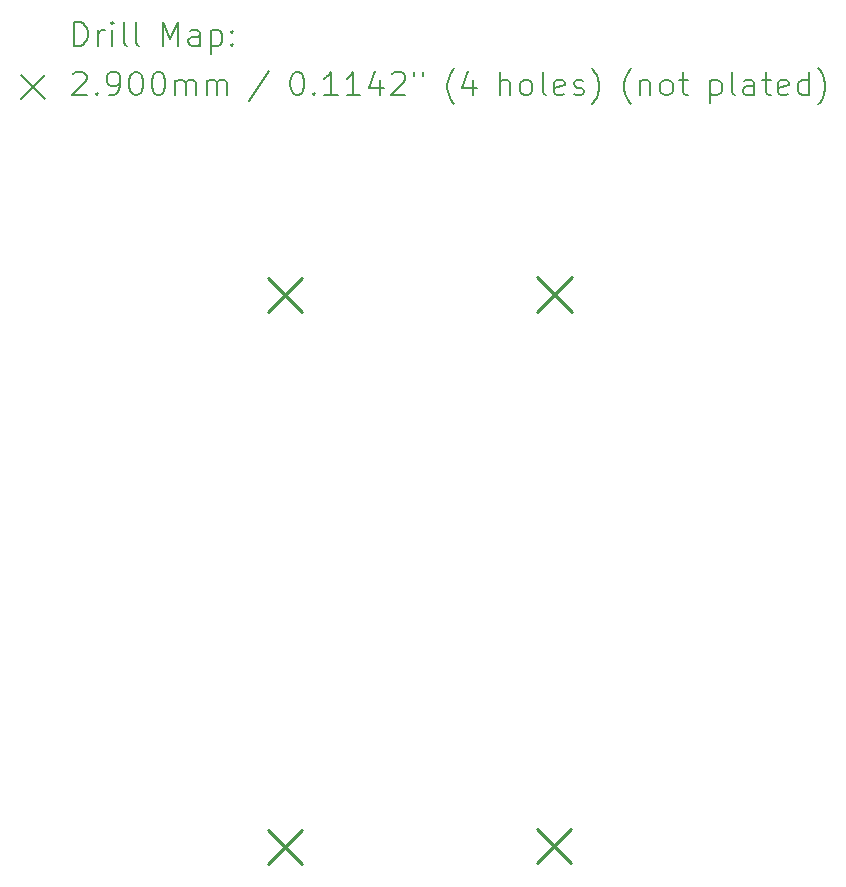
<source format=gbr>
%TF.GenerationSoftware,KiCad,Pcbnew,(7.0.0)*%
%TF.CreationDate,2023-02-19T19:08:33+01:00*%
%TF.ProjectId,Trial_ESP32,54726961-6c5f-4455-9350-33322e6b6963,rev?*%
%TF.SameCoordinates,Original*%
%TF.FileFunction,Drillmap*%
%TF.FilePolarity,Positive*%
%FSLAX45Y45*%
G04 Gerber Fmt 4.5, Leading zero omitted, Abs format (unit mm)*
G04 Created by KiCad (PCBNEW (7.0.0)) date 2023-02-19 19:08:33*
%MOMM*%
%LPD*%
G01*
G04 APERTURE LIST*
%ADD10C,0.200000*%
%ADD11C,0.290000*%
G04 APERTURE END LIST*
D10*
D11*
X1884300Y-6932000D02*
X2174300Y-7222000D01*
X2174300Y-6932000D02*
X1884300Y-7222000D01*
X1887400Y-2255700D02*
X2177400Y-2545700D01*
X2177400Y-2255700D02*
X1887400Y-2545700D01*
X4165000Y-6925000D02*
X4455000Y-7215000D01*
X4455000Y-6925000D02*
X4165000Y-7215000D01*
X4168000Y-2253000D02*
X4458000Y-2543000D01*
X4458000Y-2253000D02*
X4168000Y-2543000D01*
D10*
X247619Y-293476D02*
X247619Y-93476D01*
X247619Y-93476D02*
X295238Y-93476D01*
X295238Y-93476D02*
X323810Y-103000D01*
X323810Y-103000D02*
X342857Y-122048D01*
X342857Y-122048D02*
X352381Y-141095D01*
X352381Y-141095D02*
X361905Y-179190D01*
X361905Y-179190D02*
X361905Y-207762D01*
X361905Y-207762D02*
X352381Y-245857D01*
X352381Y-245857D02*
X342857Y-264905D01*
X342857Y-264905D02*
X323810Y-283952D01*
X323810Y-283952D02*
X295238Y-293476D01*
X295238Y-293476D02*
X247619Y-293476D01*
X447619Y-293476D02*
X447619Y-160143D01*
X447619Y-198238D02*
X457143Y-179190D01*
X457143Y-179190D02*
X466667Y-169667D01*
X466667Y-169667D02*
X485714Y-160143D01*
X485714Y-160143D02*
X504762Y-160143D01*
X571429Y-293476D02*
X571429Y-160143D01*
X571429Y-93476D02*
X561905Y-103000D01*
X561905Y-103000D02*
X571429Y-112524D01*
X571429Y-112524D02*
X580952Y-103000D01*
X580952Y-103000D02*
X571429Y-93476D01*
X571429Y-93476D02*
X571429Y-112524D01*
X695238Y-293476D02*
X676190Y-283952D01*
X676190Y-283952D02*
X666667Y-264905D01*
X666667Y-264905D02*
X666667Y-93476D01*
X800000Y-293476D02*
X780952Y-283952D01*
X780952Y-283952D02*
X771428Y-264905D01*
X771428Y-264905D02*
X771428Y-93476D01*
X996190Y-293476D02*
X996190Y-93476D01*
X996190Y-93476D02*
X1062857Y-236333D01*
X1062857Y-236333D02*
X1129524Y-93476D01*
X1129524Y-93476D02*
X1129524Y-293476D01*
X1310476Y-293476D02*
X1310476Y-188714D01*
X1310476Y-188714D02*
X1300952Y-169667D01*
X1300952Y-169667D02*
X1281905Y-160143D01*
X1281905Y-160143D02*
X1243809Y-160143D01*
X1243809Y-160143D02*
X1224762Y-169667D01*
X1310476Y-283952D02*
X1291429Y-293476D01*
X1291429Y-293476D02*
X1243809Y-293476D01*
X1243809Y-293476D02*
X1224762Y-283952D01*
X1224762Y-283952D02*
X1215238Y-264905D01*
X1215238Y-264905D02*
X1215238Y-245857D01*
X1215238Y-245857D02*
X1224762Y-226809D01*
X1224762Y-226809D02*
X1243809Y-217286D01*
X1243809Y-217286D02*
X1291429Y-217286D01*
X1291429Y-217286D02*
X1310476Y-207762D01*
X1405714Y-160143D02*
X1405714Y-360143D01*
X1405714Y-169667D02*
X1424762Y-160143D01*
X1424762Y-160143D02*
X1462857Y-160143D01*
X1462857Y-160143D02*
X1481905Y-169667D01*
X1481905Y-169667D02*
X1491428Y-179190D01*
X1491428Y-179190D02*
X1500952Y-198238D01*
X1500952Y-198238D02*
X1500952Y-255381D01*
X1500952Y-255381D02*
X1491428Y-274429D01*
X1491428Y-274429D02*
X1481905Y-283952D01*
X1481905Y-283952D02*
X1462857Y-293476D01*
X1462857Y-293476D02*
X1424762Y-293476D01*
X1424762Y-293476D02*
X1405714Y-283952D01*
X1586667Y-274429D02*
X1596190Y-283952D01*
X1596190Y-283952D02*
X1586667Y-293476D01*
X1586667Y-293476D02*
X1577143Y-283952D01*
X1577143Y-283952D02*
X1586667Y-274429D01*
X1586667Y-274429D02*
X1586667Y-293476D01*
X1586667Y-169667D02*
X1596190Y-179190D01*
X1596190Y-179190D02*
X1586667Y-188714D01*
X1586667Y-188714D02*
X1577143Y-179190D01*
X1577143Y-179190D02*
X1586667Y-169667D01*
X1586667Y-169667D02*
X1586667Y-188714D01*
X-200000Y-540000D02*
X0Y-740000D01*
X0Y-540000D02*
X-200000Y-740000D01*
X238095Y-532524D02*
X247619Y-523000D01*
X247619Y-523000D02*
X266667Y-513476D01*
X266667Y-513476D02*
X314286Y-513476D01*
X314286Y-513476D02*
X333333Y-523000D01*
X333333Y-523000D02*
X342857Y-532524D01*
X342857Y-532524D02*
X352381Y-551571D01*
X352381Y-551571D02*
X352381Y-570619D01*
X352381Y-570619D02*
X342857Y-599190D01*
X342857Y-599190D02*
X228571Y-713476D01*
X228571Y-713476D02*
X352381Y-713476D01*
X438095Y-694429D02*
X447619Y-703952D01*
X447619Y-703952D02*
X438095Y-713476D01*
X438095Y-713476D02*
X428571Y-703952D01*
X428571Y-703952D02*
X438095Y-694429D01*
X438095Y-694429D02*
X438095Y-713476D01*
X542857Y-713476D02*
X580952Y-713476D01*
X580952Y-713476D02*
X600000Y-703952D01*
X600000Y-703952D02*
X609524Y-694429D01*
X609524Y-694429D02*
X628571Y-665857D01*
X628571Y-665857D02*
X638095Y-627762D01*
X638095Y-627762D02*
X638095Y-551571D01*
X638095Y-551571D02*
X628571Y-532524D01*
X628571Y-532524D02*
X619048Y-523000D01*
X619048Y-523000D02*
X600000Y-513476D01*
X600000Y-513476D02*
X561905Y-513476D01*
X561905Y-513476D02*
X542857Y-523000D01*
X542857Y-523000D02*
X533333Y-532524D01*
X533333Y-532524D02*
X523809Y-551571D01*
X523809Y-551571D02*
X523809Y-599190D01*
X523809Y-599190D02*
X533333Y-618238D01*
X533333Y-618238D02*
X542857Y-627762D01*
X542857Y-627762D02*
X561905Y-637286D01*
X561905Y-637286D02*
X600000Y-637286D01*
X600000Y-637286D02*
X619048Y-627762D01*
X619048Y-627762D02*
X628571Y-618238D01*
X628571Y-618238D02*
X638095Y-599190D01*
X761905Y-513476D02*
X780952Y-513476D01*
X780952Y-513476D02*
X800000Y-523000D01*
X800000Y-523000D02*
X809524Y-532524D01*
X809524Y-532524D02*
X819048Y-551571D01*
X819048Y-551571D02*
X828571Y-589667D01*
X828571Y-589667D02*
X828571Y-637286D01*
X828571Y-637286D02*
X819048Y-675381D01*
X819048Y-675381D02*
X809524Y-694429D01*
X809524Y-694429D02*
X800000Y-703952D01*
X800000Y-703952D02*
X780952Y-713476D01*
X780952Y-713476D02*
X761905Y-713476D01*
X761905Y-713476D02*
X742857Y-703952D01*
X742857Y-703952D02*
X733333Y-694429D01*
X733333Y-694429D02*
X723809Y-675381D01*
X723809Y-675381D02*
X714286Y-637286D01*
X714286Y-637286D02*
X714286Y-589667D01*
X714286Y-589667D02*
X723809Y-551571D01*
X723809Y-551571D02*
X733333Y-532524D01*
X733333Y-532524D02*
X742857Y-523000D01*
X742857Y-523000D02*
X761905Y-513476D01*
X952381Y-513476D02*
X971429Y-513476D01*
X971429Y-513476D02*
X990476Y-523000D01*
X990476Y-523000D02*
X1000000Y-532524D01*
X1000000Y-532524D02*
X1009524Y-551571D01*
X1009524Y-551571D02*
X1019048Y-589667D01*
X1019048Y-589667D02*
X1019048Y-637286D01*
X1019048Y-637286D02*
X1009524Y-675381D01*
X1009524Y-675381D02*
X1000000Y-694429D01*
X1000000Y-694429D02*
X990476Y-703952D01*
X990476Y-703952D02*
X971429Y-713476D01*
X971429Y-713476D02*
X952381Y-713476D01*
X952381Y-713476D02*
X933333Y-703952D01*
X933333Y-703952D02*
X923809Y-694429D01*
X923809Y-694429D02*
X914286Y-675381D01*
X914286Y-675381D02*
X904762Y-637286D01*
X904762Y-637286D02*
X904762Y-589667D01*
X904762Y-589667D02*
X914286Y-551571D01*
X914286Y-551571D02*
X923809Y-532524D01*
X923809Y-532524D02*
X933333Y-523000D01*
X933333Y-523000D02*
X952381Y-513476D01*
X1104762Y-713476D02*
X1104762Y-580143D01*
X1104762Y-599190D02*
X1114286Y-589667D01*
X1114286Y-589667D02*
X1133333Y-580143D01*
X1133333Y-580143D02*
X1161905Y-580143D01*
X1161905Y-580143D02*
X1180952Y-589667D01*
X1180952Y-589667D02*
X1190476Y-608714D01*
X1190476Y-608714D02*
X1190476Y-713476D01*
X1190476Y-608714D02*
X1200000Y-589667D01*
X1200000Y-589667D02*
X1219048Y-580143D01*
X1219048Y-580143D02*
X1247619Y-580143D01*
X1247619Y-580143D02*
X1266667Y-589667D01*
X1266667Y-589667D02*
X1276191Y-608714D01*
X1276191Y-608714D02*
X1276191Y-713476D01*
X1371429Y-713476D02*
X1371429Y-580143D01*
X1371429Y-599190D02*
X1380952Y-589667D01*
X1380952Y-589667D02*
X1400000Y-580143D01*
X1400000Y-580143D02*
X1428571Y-580143D01*
X1428571Y-580143D02*
X1447619Y-589667D01*
X1447619Y-589667D02*
X1457143Y-608714D01*
X1457143Y-608714D02*
X1457143Y-713476D01*
X1457143Y-608714D02*
X1466667Y-589667D01*
X1466667Y-589667D02*
X1485714Y-580143D01*
X1485714Y-580143D02*
X1514286Y-580143D01*
X1514286Y-580143D02*
X1533333Y-589667D01*
X1533333Y-589667D02*
X1542857Y-608714D01*
X1542857Y-608714D02*
X1542857Y-713476D01*
X1900952Y-503952D02*
X1729524Y-761095D01*
X2125714Y-513476D02*
X2144762Y-513476D01*
X2144762Y-513476D02*
X2163810Y-523000D01*
X2163810Y-523000D02*
X2173333Y-532524D01*
X2173333Y-532524D02*
X2182857Y-551571D01*
X2182857Y-551571D02*
X2192381Y-589667D01*
X2192381Y-589667D02*
X2192381Y-637286D01*
X2192381Y-637286D02*
X2182857Y-675381D01*
X2182857Y-675381D02*
X2173333Y-694429D01*
X2173333Y-694429D02*
X2163810Y-703952D01*
X2163810Y-703952D02*
X2144762Y-713476D01*
X2144762Y-713476D02*
X2125714Y-713476D01*
X2125714Y-713476D02*
X2106667Y-703952D01*
X2106667Y-703952D02*
X2097143Y-694429D01*
X2097143Y-694429D02*
X2087619Y-675381D01*
X2087619Y-675381D02*
X2078095Y-637286D01*
X2078095Y-637286D02*
X2078095Y-589667D01*
X2078095Y-589667D02*
X2087619Y-551571D01*
X2087619Y-551571D02*
X2097143Y-532524D01*
X2097143Y-532524D02*
X2106667Y-523000D01*
X2106667Y-523000D02*
X2125714Y-513476D01*
X2278095Y-694429D02*
X2287619Y-703952D01*
X2287619Y-703952D02*
X2278095Y-713476D01*
X2278095Y-713476D02*
X2268572Y-703952D01*
X2268572Y-703952D02*
X2278095Y-694429D01*
X2278095Y-694429D02*
X2278095Y-713476D01*
X2478095Y-713476D02*
X2363810Y-713476D01*
X2420952Y-713476D02*
X2420952Y-513476D01*
X2420952Y-513476D02*
X2401905Y-542048D01*
X2401905Y-542048D02*
X2382857Y-561095D01*
X2382857Y-561095D02*
X2363810Y-570619D01*
X2668572Y-713476D02*
X2554286Y-713476D01*
X2611429Y-713476D02*
X2611429Y-513476D01*
X2611429Y-513476D02*
X2592381Y-542048D01*
X2592381Y-542048D02*
X2573333Y-561095D01*
X2573333Y-561095D02*
X2554286Y-570619D01*
X2840000Y-580143D02*
X2840000Y-713476D01*
X2792381Y-503952D02*
X2744762Y-646810D01*
X2744762Y-646810D02*
X2868571Y-646810D01*
X2935238Y-532524D02*
X2944762Y-523000D01*
X2944762Y-523000D02*
X2963810Y-513476D01*
X2963810Y-513476D02*
X3011429Y-513476D01*
X3011429Y-513476D02*
X3030476Y-523000D01*
X3030476Y-523000D02*
X3040000Y-532524D01*
X3040000Y-532524D02*
X3049524Y-551571D01*
X3049524Y-551571D02*
X3049524Y-570619D01*
X3049524Y-570619D02*
X3040000Y-599190D01*
X3040000Y-599190D02*
X2925714Y-713476D01*
X2925714Y-713476D02*
X3049524Y-713476D01*
X3125714Y-513476D02*
X3125714Y-551571D01*
X3201905Y-513476D02*
X3201905Y-551571D01*
X3464762Y-789667D02*
X3455238Y-780143D01*
X3455238Y-780143D02*
X3436191Y-751571D01*
X3436191Y-751571D02*
X3426667Y-732524D01*
X3426667Y-732524D02*
X3417143Y-703952D01*
X3417143Y-703952D02*
X3407619Y-656333D01*
X3407619Y-656333D02*
X3407619Y-618238D01*
X3407619Y-618238D02*
X3417143Y-570619D01*
X3417143Y-570619D02*
X3426667Y-542048D01*
X3426667Y-542048D02*
X3436191Y-523000D01*
X3436191Y-523000D02*
X3455238Y-494428D01*
X3455238Y-494428D02*
X3464762Y-484905D01*
X3626667Y-580143D02*
X3626667Y-713476D01*
X3579048Y-503952D02*
X3531429Y-646810D01*
X3531429Y-646810D02*
X3655238Y-646810D01*
X3851429Y-713476D02*
X3851429Y-513476D01*
X3937143Y-713476D02*
X3937143Y-608714D01*
X3937143Y-608714D02*
X3927619Y-589667D01*
X3927619Y-589667D02*
X3908572Y-580143D01*
X3908572Y-580143D02*
X3880000Y-580143D01*
X3880000Y-580143D02*
X3860952Y-589667D01*
X3860952Y-589667D02*
X3851429Y-599190D01*
X4060952Y-713476D02*
X4041905Y-703952D01*
X4041905Y-703952D02*
X4032381Y-694429D01*
X4032381Y-694429D02*
X4022857Y-675381D01*
X4022857Y-675381D02*
X4022857Y-618238D01*
X4022857Y-618238D02*
X4032381Y-599190D01*
X4032381Y-599190D02*
X4041905Y-589667D01*
X4041905Y-589667D02*
X4060952Y-580143D01*
X4060952Y-580143D02*
X4089524Y-580143D01*
X4089524Y-580143D02*
X4108572Y-589667D01*
X4108572Y-589667D02*
X4118095Y-599190D01*
X4118095Y-599190D02*
X4127619Y-618238D01*
X4127619Y-618238D02*
X4127619Y-675381D01*
X4127619Y-675381D02*
X4118095Y-694429D01*
X4118095Y-694429D02*
X4108572Y-703952D01*
X4108572Y-703952D02*
X4089524Y-713476D01*
X4089524Y-713476D02*
X4060952Y-713476D01*
X4241905Y-713476D02*
X4222857Y-703952D01*
X4222857Y-703952D02*
X4213334Y-684905D01*
X4213334Y-684905D02*
X4213334Y-513476D01*
X4394286Y-703952D02*
X4375238Y-713476D01*
X4375238Y-713476D02*
X4337143Y-713476D01*
X4337143Y-713476D02*
X4318095Y-703952D01*
X4318095Y-703952D02*
X4308572Y-684905D01*
X4308572Y-684905D02*
X4308572Y-608714D01*
X4308572Y-608714D02*
X4318095Y-589667D01*
X4318095Y-589667D02*
X4337143Y-580143D01*
X4337143Y-580143D02*
X4375238Y-580143D01*
X4375238Y-580143D02*
X4394286Y-589667D01*
X4394286Y-589667D02*
X4403810Y-608714D01*
X4403810Y-608714D02*
X4403810Y-627762D01*
X4403810Y-627762D02*
X4308572Y-646810D01*
X4480000Y-703952D02*
X4499048Y-713476D01*
X4499048Y-713476D02*
X4537143Y-713476D01*
X4537143Y-713476D02*
X4556191Y-703952D01*
X4556191Y-703952D02*
X4565715Y-684905D01*
X4565715Y-684905D02*
X4565715Y-675381D01*
X4565715Y-675381D02*
X4556191Y-656333D01*
X4556191Y-656333D02*
X4537143Y-646810D01*
X4537143Y-646810D02*
X4508572Y-646810D01*
X4508572Y-646810D02*
X4489524Y-637286D01*
X4489524Y-637286D02*
X4480000Y-618238D01*
X4480000Y-618238D02*
X4480000Y-608714D01*
X4480000Y-608714D02*
X4489524Y-589667D01*
X4489524Y-589667D02*
X4508572Y-580143D01*
X4508572Y-580143D02*
X4537143Y-580143D01*
X4537143Y-580143D02*
X4556191Y-589667D01*
X4632381Y-789667D02*
X4641905Y-780143D01*
X4641905Y-780143D02*
X4660953Y-751571D01*
X4660953Y-751571D02*
X4670476Y-732524D01*
X4670476Y-732524D02*
X4680000Y-703952D01*
X4680000Y-703952D02*
X4689524Y-656333D01*
X4689524Y-656333D02*
X4689524Y-618238D01*
X4689524Y-618238D02*
X4680000Y-570619D01*
X4680000Y-570619D02*
X4670476Y-542048D01*
X4670476Y-542048D02*
X4660953Y-523000D01*
X4660953Y-523000D02*
X4641905Y-494428D01*
X4641905Y-494428D02*
X4632381Y-484905D01*
X4961905Y-789667D02*
X4952381Y-780143D01*
X4952381Y-780143D02*
X4933334Y-751571D01*
X4933334Y-751571D02*
X4923810Y-732524D01*
X4923810Y-732524D02*
X4914286Y-703952D01*
X4914286Y-703952D02*
X4904762Y-656333D01*
X4904762Y-656333D02*
X4904762Y-618238D01*
X4904762Y-618238D02*
X4914286Y-570619D01*
X4914286Y-570619D02*
X4923810Y-542048D01*
X4923810Y-542048D02*
X4933334Y-523000D01*
X4933334Y-523000D02*
X4952381Y-494428D01*
X4952381Y-494428D02*
X4961905Y-484905D01*
X5038095Y-580143D02*
X5038095Y-713476D01*
X5038095Y-599190D02*
X5047619Y-589667D01*
X5047619Y-589667D02*
X5066667Y-580143D01*
X5066667Y-580143D02*
X5095238Y-580143D01*
X5095238Y-580143D02*
X5114286Y-589667D01*
X5114286Y-589667D02*
X5123810Y-608714D01*
X5123810Y-608714D02*
X5123810Y-713476D01*
X5247619Y-713476D02*
X5228572Y-703952D01*
X5228572Y-703952D02*
X5219048Y-694429D01*
X5219048Y-694429D02*
X5209524Y-675381D01*
X5209524Y-675381D02*
X5209524Y-618238D01*
X5209524Y-618238D02*
X5219048Y-599190D01*
X5219048Y-599190D02*
X5228572Y-589667D01*
X5228572Y-589667D02*
X5247619Y-580143D01*
X5247619Y-580143D02*
X5276191Y-580143D01*
X5276191Y-580143D02*
X5295238Y-589667D01*
X5295238Y-589667D02*
X5304762Y-599190D01*
X5304762Y-599190D02*
X5314286Y-618238D01*
X5314286Y-618238D02*
X5314286Y-675381D01*
X5314286Y-675381D02*
X5304762Y-694429D01*
X5304762Y-694429D02*
X5295238Y-703952D01*
X5295238Y-703952D02*
X5276191Y-713476D01*
X5276191Y-713476D02*
X5247619Y-713476D01*
X5371429Y-580143D02*
X5447619Y-580143D01*
X5400000Y-513476D02*
X5400000Y-684905D01*
X5400000Y-684905D02*
X5409524Y-703952D01*
X5409524Y-703952D02*
X5428572Y-713476D01*
X5428572Y-713476D02*
X5447619Y-713476D01*
X5634286Y-580143D02*
X5634286Y-780143D01*
X5634286Y-589667D02*
X5653333Y-580143D01*
X5653333Y-580143D02*
X5691429Y-580143D01*
X5691429Y-580143D02*
X5710476Y-589667D01*
X5710476Y-589667D02*
X5720000Y-599190D01*
X5720000Y-599190D02*
X5729524Y-618238D01*
X5729524Y-618238D02*
X5729524Y-675381D01*
X5729524Y-675381D02*
X5720000Y-694429D01*
X5720000Y-694429D02*
X5710476Y-703952D01*
X5710476Y-703952D02*
X5691429Y-713476D01*
X5691429Y-713476D02*
X5653333Y-713476D01*
X5653333Y-713476D02*
X5634286Y-703952D01*
X5843810Y-713476D02*
X5824762Y-703952D01*
X5824762Y-703952D02*
X5815238Y-684905D01*
X5815238Y-684905D02*
X5815238Y-513476D01*
X6005714Y-713476D02*
X6005714Y-608714D01*
X6005714Y-608714D02*
X5996191Y-589667D01*
X5996191Y-589667D02*
X5977143Y-580143D01*
X5977143Y-580143D02*
X5939048Y-580143D01*
X5939048Y-580143D02*
X5920000Y-589667D01*
X6005714Y-703952D02*
X5986667Y-713476D01*
X5986667Y-713476D02*
X5939048Y-713476D01*
X5939048Y-713476D02*
X5920000Y-703952D01*
X5920000Y-703952D02*
X5910476Y-684905D01*
X5910476Y-684905D02*
X5910476Y-665857D01*
X5910476Y-665857D02*
X5920000Y-646810D01*
X5920000Y-646810D02*
X5939048Y-637286D01*
X5939048Y-637286D02*
X5986667Y-637286D01*
X5986667Y-637286D02*
X6005714Y-627762D01*
X6072381Y-580143D02*
X6148572Y-580143D01*
X6100953Y-513476D02*
X6100953Y-684905D01*
X6100953Y-684905D02*
X6110476Y-703952D01*
X6110476Y-703952D02*
X6129524Y-713476D01*
X6129524Y-713476D02*
X6148572Y-713476D01*
X6291429Y-703952D02*
X6272381Y-713476D01*
X6272381Y-713476D02*
X6234286Y-713476D01*
X6234286Y-713476D02*
X6215238Y-703952D01*
X6215238Y-703952D02*
X6205714Y-684905D01*
X6205714Y-684905D02*
X6205714Y-608714D01*
X6205714Y-608714D02*
X6215238Y-589667D01*
X6215238Y-589667D02*
X6234286Y-580143D01*
X6234286Y-580143D02*
X6272381Y-580143D01*
X6272381Y-580143D02*
X6291429Y-589667D01*
X6291429Y-589667D02*
X6300953Y-608714D01*
X6300953Y-608714D02*
X6300953Y-627762D01*
X6300953Y-627762D02*
X6205714Y-646810D01*
X6472381Y-713476D02*
X6472381Y-513476D01*
X6472381Y-703952D02*
X6453334Y-713476D01*
X6453334Y-713476D02*
X6415238Y-713476D01*
X6415238Y-713476D02*
X6396191Y-703952D01*
X6396191Y-703952D02*
X6386667Y-694429D01*
X6386667Y-694429D02*
X6377143Y-675381D01*
X6377143Y-675381D02*
X6377143Y-618238D01*
X6377143Y-618238D02*
X6386667Y-599190D01*
X6386667Y-599190D02*
X6396191Y-589667D01*
X6396191Y-589667D02*
X6415238Y-580143D01*
X6415238Y-580143D02*
X6453334Y-580143D01*
X6453334Y-580143D02*
X6472381Y-589667D01*
X6548572Y-789667D02*
X6558095Y-780143D01*
X6558095Y-780143D02*
X6577143Y-751571D01*
X6577143Y-751571D02*
X6586667Y-732524D01*
X6586667Y-732524D02*
X6596191Y-703952D01*
X6596191Y-703952D02*
X6605714Y-656333D01*
X6605714Y-656333D02*
X6605714Y-618238D01*
X6605714Y-618238D02*
X6596191Y-570619D01*
X6596191Y-570619D02*
X6586667Y-542048D01*
X6586667Y-542048D02*
X6577143Y-523000D01*
X6577143Y-523000D02*
X6558095Y-494428D01*
X6558095Y-494428D02*
X6548572Y-484905D01*
M02*

</source>
